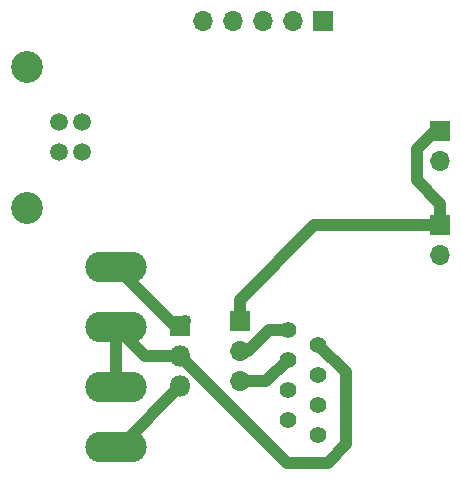
<source format=gbl>
G04 #@! TF.FileFunction,Copper,L2,Bot,Signal*
%FSLAX46Y46*%
G04 Gerber Fmt 4.6, Leading zero omitted, Abs format (unit mm)*
G04 Created by KiCad (PCBNEW 4.0.6) date 07/30/17 21:30:07*
%MOMM*%
%LPD*%
G01*
G04 APERTURE LIST*
%ADD10C,0.100000*%
%ADD11R,1.700000X1.700000*%
%ADD12O,1.700000X1.700000*%
%ADD13O,5.199380X2.598420*%
%ADD14R,1.800000X1.800000*%
%ADD15O,1.800000X1.800000*%
%ADD16C,1.422400*%
%ADD17C,1.520000*%
%ADD18C,2.700000*%
%ADD19C,1.000000*%
G04 APERTURE END LIST*
D10*
D11*
X233000000Y-68580000D03*
D12*
X233000000Y-71120000D03*
X233000000Y-73660000D03*
D11*
X240030000Y-43180000D03*
D12*
X237490000Y-43180000D03*
X234950000Y-43180000D03*
X232410000Y-43180000D03*
X229870000Y-43180000D03*
D11*
X250000000Y-60460000D03*
D12*
X250000000Y-63000000D03*
D11*
X250000000Y-52460000D03*
D12*
X250000000Y-55000000D03*
D13*
X222540000Y-79240000D03*
X222540000Y-74160000D03*
X222540000Y-69080000D03*
X222540000Y-64000000D03*
D14*
X228000000Y-69000000D03*
D15*
X228000000Y-71540000D03*
X228000000Y-74080000D03*
D16*
X239650000Y-78160000D03*
X237110000Y-76890000D03*
X239650000Y-75620000D03*
X237110000Y-74350000D03*
X239650000Y-73080000D03*
X237110000Y-71810000D03*
X239650000Y-70540000D03*
X237110000Y-69270000D03*
D17*
X219700000Y-51730000D03*
X219700000Y-54270000D03*
X217700000Y-54270000D03*
X217700000Y-51730000D03*
D18*
X215000000Y-47000000D03*
X215000000Y-59000000D03*
D19*
X250000000Y-60460000D02*
X250000000Y-58610000D01*
X248000000Y-54000000D02*
X249540000Y-52460000D01*
X250000000Y-58610000D02*
X248000000Y-56610000D01*
X248000000Y-56610000D02*
X248000000Y-54000000D01*
X249540000Y-52460000D02*
X250000000Y-52460000D01*
X233000000Y-68580000D02*
X233000000Y-66730000D01*
X233000000Y-66730000D02*
X239270000Y-60460000D01*
X239270000Y-60460000D02*
X248150000Y-60460000D01*
X248150000Y-60460000D02*
X250000000Y-60460000D01*
X228420000Y-68580000D02*
X228000000Y-69000000D01*
X228000000Y-69000000D02*
X227540000Y-69000000D01*
X227540000Y-69000000D02*
X222540000Y-64000000D01*
X233000000Y-71120000D02*
X233680000Y-71120000D01*
X233680000Y-71120000D02*
X235530000Y-69270000D01*
X235530000Y-69270000D02*
X237110000Y-69270000D01*
X233000000Y-73660000D02*
X235260000Y-73660000D01*
X235260000Y-73660000D02*
X237110000Y-71810000D01*
X222540000Y-79240000D02*
X222840000Y-79240000D01*
X222840000Y-79240000D02*
X228000000Y-74080000D01*
X228000000Y-71540000D02*
X237000000Y-80540000D01*
X237000000Y-80540000D02*
X240460000Y-80540000D01*
X240460000Y-80540000D02*
X242000000Y-79000000D01*
X242000000Y-72890000D02*
X239650000Y-70540000D01*
X242000000Y-79000000D02*
X242000000Y-72890000D01*
X222540000Y-69080000D02*
X225000000Y-71540000D01*
X225000000Y-71540000D02*
X228000000Y-71540000D01*
X222540000Y-69080000D02*
X222540000Y-74160000D01*
M02*

</source>
